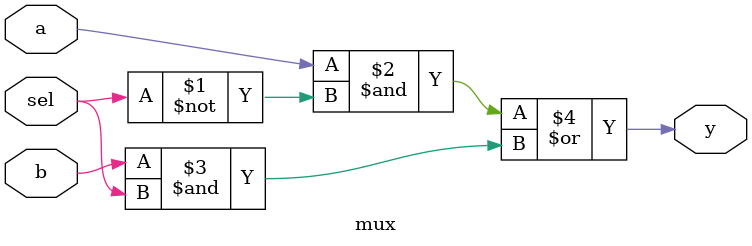
<source format=v>
module Nor_gate(
input a,b,
output y
  );
 mux m1(~b,0,a,y);
endmodule

module mux(
input a,b,
input sel,
output y
);
assign y = (a & ~sel)|(b & sel);

endmodule
</source>
